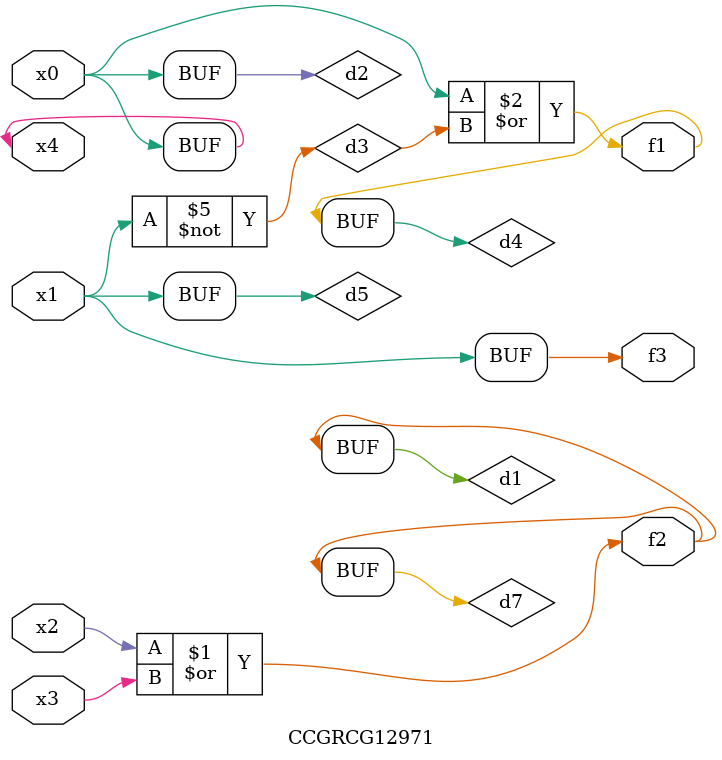
<source format=v>
module CCGRCG12971(
	input x0, x1, x2, x3, x4,
	output f1, f2, f3
);

	wire d1, d2, d3, d4, d5, d6, d7;

	or (d1, x2, x3);
	buf (d2, x0, x4);
	not (d3, x1);
	or (d4, d2, d3);
	not (d5, d3);
	nand (d6, d1, d3);
	or (d7, d1);
	assign f1 = d4;
	assign f2 = d7;
	assign f3 = d5;
endmodule

</source>
